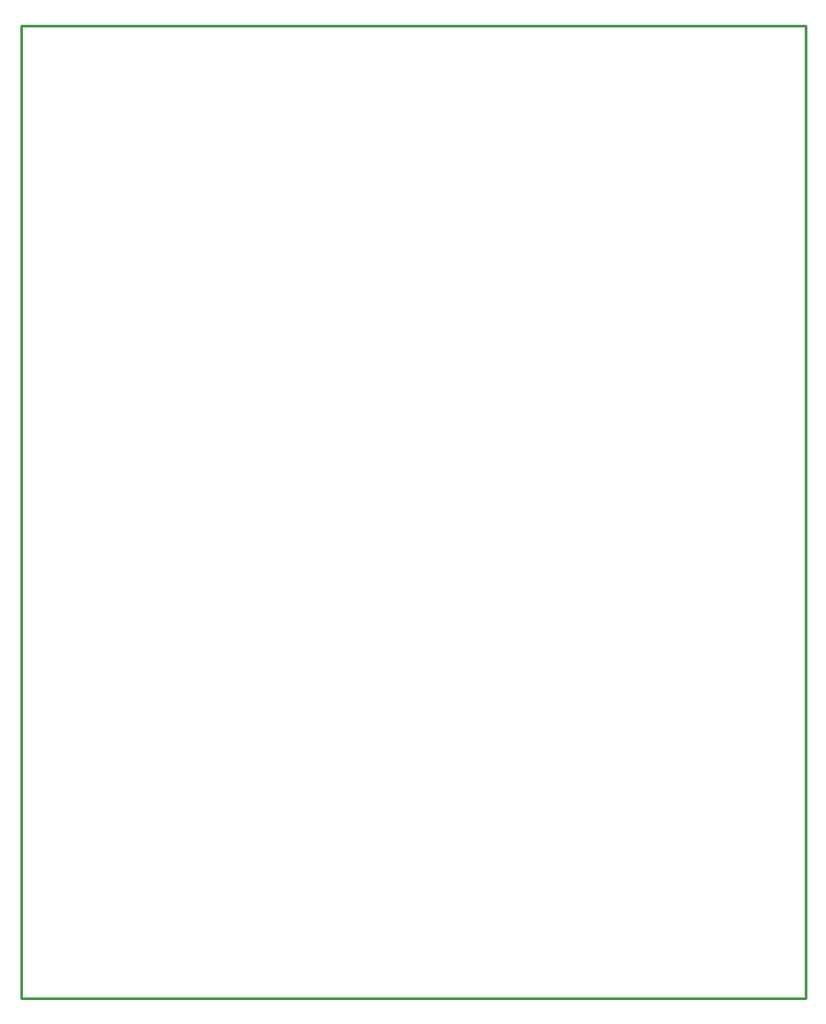
<source format=gbr>
G04 EAGLE Gerber X2 export*
%TF.Part,Single*%
%TF.FileFunction,Profile,NP*%
%TF.FilePolarity,Positive*%
%TF.GenerationSoftware,Autodesk,EAGLE,9.0.1*%
%TF.CreationDate,2018-08-29T03:15:35Z*%
G75*
%MOMM*%
%FSLAX34Y34*%
%LPD*%
%AMOC8*
5,1,8,0,0,1.08239X$1,22.5*%
G01*
%ADD10C,0.254000*%


D10*
X0Y0D02*
X750000Y0D01*
X750000Y930000D01*
X0Y930000D01*
X0Y0D01*
M02*

</source>
